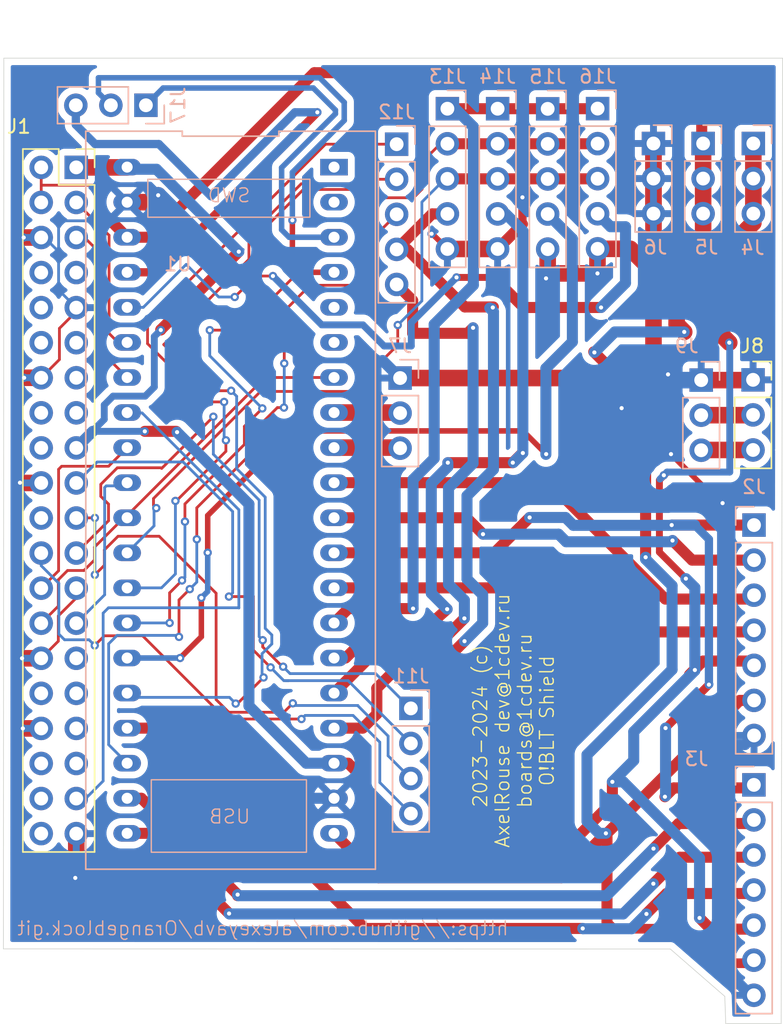
<source format=kicad_pcb>
(kicad_pcb (version 20240108) (generator "pcbnew") (generator_version "8.0")
  (layers (0 "F.Cu" signal) (31 "B.Cu" signal) (36 "B.SilkS" user "B.Silkscreen") (37 "F.SilkS" user "F.Silkscreen") (38 "B.Mask" user) (39 "F.Mask" user) (44 "Edge.Cuts" user))
  (net 0 "")
  (net 1 "Net-(J1-(PC0){slash}SPI0_MOSI)")
  (net 3 "GND")
  (net 4 "/PCM0_SYNC")
  (net 7 "/PCM0_DOUT")
  (net 10 "+3V3")
  (net 11 "+5V")
  (net 14 "/PCM0_DIN")
  (net 15 "Net-(J1-(PC3}{slash}SPI0_CS)")
  (net 16 "Net-(J1-(PC1){slash}SPI0_MISO)")
  (net 17 "Net-(J1-(PA12){slash}TWI0_SDA)")
  (net 18 "Net-(J1-(PA11){slash}TWI0_SCK)")
  (net 23 "Net-(J1-(PC2){slash}SPI0_SCK)")
  (net 29 "/PCM0_CLCK")
  (net 32 "/I2S2_SCK")
  (net 33 "/I2S1_Data_Out")
  (net 34 "/I2S1_BCK")
  (net 35 "/I2S1_LRCK")
  (net 37 "/I2S2_LRCK")
  (net 38 "/I2S2_BCK")
  (net 39 "/I2S2_DATA_IN")
  (net 40 "/UART_RX")
  (net 41 "/UART_TX")
  (net 42 "/SPI5_MOSI")
  (net 45 "/SPI5_MISO")
  (net 46 "/SPI5_SCK")
  (net 47 "unconnected-(J8-Pad3)")
  (net 49 "unconnected-(J8-Pad2)")
  (net 50 "/ST7735_CS")
  (net 51 "/ST7735_DC")
  (net 52 "/TIM1_PWM_OUTPUT")
  (net 53 "/ST7735_BL")
  (net 54 "/ST7735_RES")
  (net 55 "/SPI5_CS1")
  (net 56 "/SPI5_CS2")
  (net 57 "/SPI5_CS3")
  (net 58 "Net-(U1-C15)")
  (net 59 "Net-(U1-B9)")
  (net 60 "Net-(U1-C14)")
  (footprint "Connector_PinSocket_2.54mm:PinSocket_1x03_P2.54mm_Vertical" (layer "F.Cu") (at 74.5 39.32)
    (property "Reference" "J8")
    (property "Value" "OPI Conn Debug Socket")
  )
  (footprint "Connector_PinSocket_2.54mm:PinSocket_2x20_P2.54mm_Vertical" (layer "F.Cu") (at 25.43 23.93)
    (property "Reference" "J1")
    (property "Value" "Orange_PI_PC_ONE_40Pin_Header")
  )
  (footprint "Connector_PinHeader_2.54mm:PinHeader_1x05_P2.54mm_Vertical" (layer "B.Cu") (at 63.23 19.67 180)
    (property "Reference" "J16")
    (property "Value" "SPI5 Header")
  )
  (footprint "Connector_PinHeader_2.54mm:PinHeader_1x03_P2.54mm_Vertical" (layer "B.Cu") (at 48.91 39.19 180)
    (property "Reference" "J7")
    (property "Value" "STM32 DEBUG Header")
  )
  (footprint "Connector_PinHeader_2.54mm:PinHeader_1x03_P2.54mm_Vertical" (layer "B.Cu") (at 70.74 39.34 180)
    (property "Reference" "J9")
    (property "Value" "OPI Conn Debug Header")
  )
  (footprint "Connector_PinHeader_2.54mm:PinHeader_1x03_P2.54mm_Vertical" (layer "B.Cu") (at 30.48 19.43 90)
    (property "Reference" "J17")
    (property "Value" "STM32 GPIO Header")
  )
  (footprint "STM32PILLS:STM32_WeActSt_BlackPill" (layer "B.Cu") (at 36.62 48.04 180)
    (property "Reference" "U1")
    (property "Value" "~")
  )
  (footprint "Connector_PinSocket_2.54mm:PinSocket_1x07_P2.54mm_Vertical" (layer "B.Cu") (at 74.56 68.66 180)
    (property "Reference" "J3")
    (property "Value" "I2S2 ADC Socket")
  )
  (footprint "Connector_PinHeader_2.54mm:PinHeader_1x05_P2.54mm_Vertical" (layer "B.Cu") (at 55.98 19.68 180)
    (property "Reference" "J14")
    (property "Value" "SPI5 Header")
  )
  (footprint "Connector_PinSocket_2.54mm:PinSocket_1x07_P2.54mm_Vertical" (layer "B.Cu") (at 74.57 49.84 180)
    (property "Reference" "J2")
    (property "Value" "I2S1 DAC Socket")
  )
  (footprint "Connector_PinHeader_2.54mm:PinHeader_1x03_P2.54mm_Vertical" (layer "B.Cu") (at 67.28 22.2 180)
    (property "Reference" "J6")
    (property "Value" "GND Header")
  )
  (footprint "Connector_PinHeader_2.54mm:PinHeader_1x05_P2.54mm_Vertical" (layer "B.Cu") (at 52.34 19.68 180)
    (property "Reference" "J13")
    (property "Value" "SPI5 Header")
  )
  (footprint "Connector_PinHeader_2.54mm:PinHeader_1x03_P2.54mm_Vertical" (layer "B.Cu") (at 70.88 22.2 180)
    (property "Reference" "J5")
    (property "Value" "+5V Header")
  )
  (footprint "Connector_PinHeader_2.54mm:PinHeader_1x03_P2.54mm_Vertical" (layer "B.Cu") (at 74.52 22.2 180)
    (property "Reference" "J4")
    (property "Value" "+3V3 Header")
  )
  (footprint "Connector_PinHeader_2.54mm:PinHeader_1x04_P2.54mm_Vertical" (layer "B.Cu") (at 49.69 63.12 180)
    (property "Reference" "J11")
    (property "Value" "OPI SPI0 Header")
  )
  (footprint "Connector_PinHeader_2.54mm:PinHeader_1x05_P2.54mm_Vertical" (layer "B.Cu") (at 59.61 19.69 180)
    (property "Reference" "J15")
    (property "Value" "SPI5 Header")
  )
  (footprint "Connector_PinHeader_2.54mm:PinHeader_1x05_P2.54mm_Vertical" (layer "B.Cu") (at 48.66 22.25 180)
    (property "Reference" "J12")
    (property "Value" "ST7735 Header")
  )
  (gr_line (start 72.52 85.95) (end 76.54 85.95) (stroke (width 0.05)) (layer "Edge.Cuts"))
  (gr_line (start 76.54 85.95) (end 76.64 16.02) (stroke (width 0.05)) (layer "Edge.Cuts"))
  (gr_line (start 68.5 80.55) (end 72.45 83.98) (stroke (width 0.05)) (layer "Edge.Cuts"))
  (gr_line (start 76.64 16.02) (end 20.18 16.02) (stroke (width 0.05)) (layer "Edge.Cuts"))
  (gr_line (start 20.15 80.54) (end 68.5 80.55) (stroke (width 0.05)) (layer "Edge.Cuts"))
  (gr_line (start 72.45 83.98) (end 72.52 85.95) (stroke (width 0.05)) (layer "Edge.Cuts"))
  (gr_line (start 20.18 16.02) (end 20.15 80.54) (stroke (width 0.05)) (layer "Edge.Cuts"))
  (gr_text "https://github.com/alexeyavb/Orangeblock.git" (at 56.84 79.64 0) (layer "B.SilkS") (effects (font (size 1 1) (thickness 0.1)) (justify left bottom mirror)))
  (gr_text "2023-2024 (c) \nAxelRouse dev@1cdev.ru\nboards@1cdev.ru\nO!BLT Shield" (at 60.14 64.01 90) (layer "F.SilkS") (effects (font (size 1 1) (thickness 0.1)) (justify bottom)))
  (segment (start 38.25 55.02) (end 38.27 55) (width 0.2) (layer "F.Cu") (net 1))
  (segment (start 38.27 55) (end 38.27 58.9) (width 0.2) (layer "F.Cu") (net 1))
  (segment (start 38.27 58.9) (end 39.52 60.15) (width 0.2) (layer "F.Cu") (net 1))
  (segment (start 36.5 55.02) (end 38.25 55.02) (width 0.2) (layer "F.Cu") (net 1))
  (via (at 36.5 55.02) (size 0.6) (drill 0.3) (layers "F.Cu" "B.Cu") (net 1))
  (via (at 39.52 60.15) (size 0.6) (drill 0.3) (layers "F.Cu" "B.Cu") (net 1))
  (segment (start 40.48 61.11) (end 39.52 60.15) (width 0.2) (layer "B.Cu") (net 1))
  (segment (start 25.43 46.79) (end 26.95 45.27) (width 0.2) (layer "B.Cu") (net 1))
  (segment (start 45.14 61.11) (end 49.69 65.66) (width 0.2) (layer "B.Cu") (net 1))
  (segment (start 40.81 61.11) (end 40.48 61.11) (width 0.2) (layer "B.Cu") (net 1))
  (segment (start 36.77 54.75) (end 36.5 55.02) (width 0.2) (layer "B.Cu") (net 1))
  (segment (start 33.18 45.27) (end 36.77 48.86) (width 0.2) (layer "B.Cu") (net 1))
  (segment (start 36.77 48.86) (end 36.77 54.75) (width 0.2) (layer "B.Cu") (net 1))
  (segment (start 40.81 61.11) (end 45.14 61.11) (width 0.2) (layer "B.Cu") (net 1))
  (segment (start 40.59 61.11) (end 40.81 61.11) (width 0.2) (layer "B.Cu") (net 1))
  (segment (start 26.95 45.27) (end 33.18 45.27) (width 0.2) (layer "B.Cu") (net 1))
  (segment (start 63.23 29.83) (end 65.6 29.83) (width 1.2) (layer "F.Cu") (net 3))
  (segment (start 59.85 31.61) (end 63.22 31.61) (width 1.2) (layer "F.Cu") (net 3))
  (segment (start 22.89 39.17) (end 21.65 39.17) (width 1.2) (layer "F.Cu") (net 3))
  (segment (start 59.6 29.84) (end 59.61 29.85) (width 1.2) (layer "F.Cu") (net 3))
  (segment (start 22.89 64.57) (end 21.56 64.57) (width 1.2) (layer "F.Cu") (net 3))
  (segment (start 57.78 28.04) (end 57.78 26.1) (width 0.6) (layer "F.Cu") (net 3))
  (segment (start 24.13 58.25) (end 22.89 59.49) (width 0.2) (layer "F.Cu") (net 3))
  (segment (start 21.37 46.79) (end 21.35 46.77) (width 0.2) (layer "F.Cu") (net 3))
  (segment (start 24.21 35.59) (end 24.21 37.85) (width 0.2) (layer "F.Cu") (net 3))
  (segment (start 52.34 29.84) (end 55.98 29.84) (width 1.2) (layer "F.Cu") (net 3))
  (segment (start 29.12 26.45) (end 30.87 26.45) (width 1.2) (layer "F.Cu") (net 3))
  (segment (start 72.29 48.25) (end 72.1 48.25) (width 0.4) (layer "F.Cu") (net 3))
  (segment (start 25.43 55.12) (end 24.13 56.42) (width 0.2) (layer "F.Cu") (net 3))
  (segment (start 55.98 29.84) (end 57.78 28.04) (width 0.8) (layer "F.Cu") (net 3))
  (segment (start 62.79 39.19) (end 48.91 39.19) (width 1.2) (layer "F.Cu") (net 3))
  (segment (start 25.43 54.41) (end 25.43 55.12) (width 0.2) (layer "F.Cu") (net 3))
  (segment (start 51.19 28.74) (end 51.24 28.74) (width 0.4) (layer "F.Cu") (net 3))
  (segment (start 22.89 29.01) (end 21.62 29.01) (width 1.2) (layer "F.Cu") (net 3))
  (segment (start 70.74 39.34) (end 74.48 39.34) (width 1.2) (layer "F.Cu") (net 3))
  (segment (start 67.28 22.2) (end 67.28 37.87) (width 1.2) (layer "F.Cu") (net 3))
  (segment (start 22.89 46.79) (end 21.37 46.79) (width 1.2) (layer "F.Cu") (net 3))
  (segment (start 67.28 37.87) (end 68.335 38.925) (width 1.2) (layer "F.Cu") (net 3))
  (segment (start 72.1 48.25) (end 68.55 44.7) (width 0.4) (layer "F.Cu") (net 3))
  (segment (start 30.87 26.45) (end 31.37 25.95) (width 1.2) (layer "F.Cu") (net 3))
  (segment (start 65.6 29.83) (end 67.28 31.51) (width 1.2) (layer "F.Cu") (net 3))
  (segment (start 67.28 22.2) (end 67.28 27.28) (width 1.2) (layer "F.Cu") (net 3))
  (segment (start 24.13 56.42) (end 24.13 58.25) (width 0.2) (layer "F.Cu") (net 3))
  (segment (start 64.97 41.37) (end 62.79 39.19) (width 1.2) (layer "F.Cu") (net 3))
  (segment (start 25.36 75.4) (end 25.43 75.33) (width 1.2) (layer "F.Cu") (net 3))
  (segment (start 25.43 34.09) (end 25.43 34.37) (width 0.2) (layer "F.Cu") (net 3))
  (segment (start 24.2 37.86) (end 22.89 39.17) (width 0.2) (layer "F.Cu") (net 3))
  (segment (start 25.43 34.37) (end 24.21 35.59) (width 0.2) (layer "F.Cu") (net 3))
  (segment (start 25.43 75.33) (end 25.43 72.19) (width 1.2) (layer "F.Cu") (net 3))
  (segment (start 22.89 59.49) (end 21.5 59.49) (width 1.2) (layer "F.Cu") (net 3))
  (segment (start 59.61 29.85) (end 59.61 31.85) (width 1.2) (layer "F.Cu") (net 3))
  (segment (start 74.48 39.34) (end 74.5 39.32) (width 0.2) (layer "F.Cu") (net 3))
  (segment (start 57.77 26.11) (end 57.78 26.1) (width 0.2) (layer "F.Cu") (net 3))
  (segment (start 51.24 28.74) (end 52.34 29.84) (width 0.4) (layer "F.Cu") (net 3))
  (segment (start 63.22 31.61) (end 63.22 29.84) (width 1.2) (layer "F.Cu") (net 3))
  (segment (start 63.22 29.84) (end 63.23 29.83) (width 0.2) (layer "F.Cu") (net 3))
  (via (at 72.29 48.25) (size 0.6) (drill 0.3) (layers "F.Cu" "B.Cu") (net 3))
  (via (at 25.36 75.4) (size 0.6) (drill 0.3) (layers "F.Cu" "B.Cu") (net 3))
  (via (at 64.97 41.37) (size 0.6) (drill 0.3) (layers "F.Cu" "B.Cu") (net 3))
  (via (at 21.62 29.01) (size 0.6) (drill 0.3) (layers "F.Cu" "B.Cu") (net 3))
  (via (at 57.78 26.1) (size 0.6) (drill 0.3) (layers "F.Cu" "B.Cu") (net 3))
  (via (at 63.22 31.61) (size 0.6) (drill 0.3) (layers "F.Cu" "B.Cu") (net 3))
  (via (at 68.335 38.925) (size 0.6) (drill 0.3) (layers "F.Cu" "B.Cu") (net 3))
  (via (at 21.5 59.49) (size 0.6) (drill 0.3) (layers "F.Cu" "B.Cu") (net 3))
  (via (at 21.35 46.77) (size 0.6) (drill 0.3) (layers "F.Cu" "B.Cu") (net 3))
  (via (at 21.56 64.57) (size 0.6) (drill 0.3) (layers "F.Cu" "B.Cu") (net 3))
  (via (at 59.49 31.97) (size 0.6) (drill 0.3) (layers "F.Cu" "B.Cu") (net 3))
  (via (at 68.55 44.7) (size 0.6) (drill 0.3) (layers "F.Cu" "B.Cu") (net 3))
  (via (at 21.65 39.17) (size 0.6) (drill 0.3) (layers "F.Cu" "B.Cu") (net 3))
  (via (at 31.37 25.95) (size 0.6) (drill 0.3) (layers "F.Cu" "B.Cu") (net 3))
  (via (at 51.19 28.74) (size 0.6) (drill 0.3) (layers "F.Cu" "B.Cu") (net 3))
  (segment (start 68.335 38.925) (end 68.75 39.34) (width 1.2) (layer "B.Cu") (net 3))
  (segment (start 73.91 65.74) (end 74.57 65.08) (width 0.8) (layer "B.Cu") (net 3))
  (segment (start 24.15 30.03) (end 24.15 28.06) (width 0.2) (layer "B.Cu") (net 3))
  (segment (start 24.15 28.06) (end 24.41 27.8) (width 0.2) (layer "B.Cu") (net 3))
  (segment (start 72.29 81.87) (end 74.54 84.12) (width 0.8) (layer "B.Cu") (net 3))
  (segment (start 22.46 75.4) (end 35.24 75.4) (width 0.8) (layer "B.Cu") (net 3))
  (segment (start 44.08 69.59) (end 44.12 69.63) (width 1.2) (layer "B.Cu") (net 3))
  (segment (start 21.2 74.14) (end 22.46 75.4) (width 0.8) (layer "B.Cu") (net 3))
  (segment (start 27.77 27.8) (end 29.12 26.45) (width 0.2) (layer "B.Cu") (net 3))
  (segment (start 41.72 36.3) (end 41.72 37.92) (width 1.2) (layer "B.Cu") (net 3))
  (segment (start 21.62 29.01) (end 23.13 29.01) (width 0.2) (layer "B.Cu") (net 3))
  (segment (start 21.2 28.61) (end 21.2 74.14) (width 0.8) (layer "B.Cu") (net 3))
  (segment (start 68.75 39.34) (end 70.74 39.34) (width 1.2) (layer "B.Cu") (net 3))
  (segment (start 24.15 30.03) (end 24.15 32.81) (width 0.2) (layer "B.Cu") (net 3))
  (segment (start 47.64 37.92) (end 48.91 39.19) (width 0.8) (layer "B.Cu") (net 3))
  (segment (start 23.13 29.01) (end 24.15 30.03) (width 0.2) (layer "B.Cu") (net 3))
  (segment (start 41.82 37.92) (end 47.64 37.92) (width 0.4) (layer "B.Cu") (net 3))
  (segment (start 68.55 44.7) (end 68.55 39.14) (width 0.8) (layer "B.Cu") (net 3))
  (segment (start 72.29 65.74) (end 72.29 81.87) (width 0.8) (layer "B.Cu") (net 3))
  (segment (start 24.15 32.81) (end 25.43 34.09) (width 0.2) (layer "B.Cu") (net 3))
  (segment (start 31.37 25.95) (end 41.72 36.3) (width 1.2) (layer "B.Cu") (net 3))
  (segment (start 24.41 27.8) (end 27.77 27.8) (width 0.2) (layer "B.Cu") (net 3))
  (segment (start 41.72 37.92) (end 41.82 37.92) (width 0.2) (layer "B.Cu") (net 3))
  (segment (start 35.24 75.4) (end 41.01 69.63) (width 0.8) (layer "B.Cu") (net 3))
  (segment (start 72.29 65.74) (end 73.91 65.74) (width 0.8) (layer "B.Cu") (net 3))
  (segment (start 67.45 38.89) (end 68.3 38.89) (width 1.2) (layer "B.Cu") (net 3))
  (segment (start 41.01 69.63) (end 44.12 69.63) (width 0.8) (layer "B.Cu") (net 3))
  (segment (start 64.97 41.37) (end 67.45 38.89) (width 1.2) (layer "B.Cu") (net 3))
  (segment (start 68.3 38.89) (end 68.335 38.925) (width 1.2) (layer "B.Cu") (net 3))
  (segment (start 72.29 48.25) (end 72.29 81.87) (width 0.8) (layer "B.Cu") (net 3))
  (segment (start 22.89 56.95) (end 24.13 55.71) (width 0.2) (layer "F.Cu") (net 4))
  (segment (start 25.99 53.13) (end 26.75 52.37) (width 0.2) (layer "F.Cu") (net 4))
  (segment (start 24.13 55.71) (end 24.13 53.8) (width 0.2) (layer "F.Cu") (net 4))
  (segment (start 29.12 49.15) (end 39.12 39.15) (width 0.2) (layer "F.Cu") (net 4))
  (segment (start 24.8 53.13) (end 25.99 53.13) (width 0.2) (layer "F.Cu") (net 4))
  (segment (start 26.75 52.37) (end 26.75 51.44) (width 0.2) (layer "F.Cu") (net 4))
  (segment (start 28.88 49.31) (end 29.12 49.31) (width 0.2) (layer "F.Cu") (net 4))
  (segment (start 24.13 53.8) (end 24.8 53.13) (width 0.2) (layer "F.Cu") (net 4))
  (segment (start 29.12 49.31) (end 29.12 49.15) (width 0.2) (layer "F.Cu") (net 4))
  (segment (start 26.75 51.44) (end 28.88 49.31) (width 0.2) (layer "F.Cu") (net 4))
  (segment (start 39.12 39.15) (end 44.12 39.15) (width 0.2) (layer "F.Cu") (net 4))
  (segment (start 37.22 48.73) (end 30.21 41.72) (width 0.2) (layer "B.Cu") (net 7))
  (segment (start 37.22 55.85) (end 37.22 48.73) (width 0.2) (layer "B.Cu") (net 7))
  (segment (start 30.21 41.72) (end 29.15 41.72) (width 0.2) (layer "B.Cu") (net 7))
  (segment (start 29.15 41.72) (end 29.12 41.69) (width 0.2) (layer "B.Cu") (net 7))
  (segment (start 25.43 69.65) (end 26.11 69.65) (width 0.2) (layer "B.Cu") (net 7))
  (segment (start 26.11 69.65) (end 27.38 68.38) (width 0.2) (layer "B.Cu") (net 7))
  (segment (start 27.38 56.22) (end 27.77 55.83) (width 0.2) (layer "B.Cu") (net 7))
  (segment (start 27.38 68.38) (end 27.38 56.22) (width 0.2) (layer "B.Cu") (net 7))
  (segment (start 27.77 55.83) (end 37.22 55.83) (width 0.2) (layer "B.Cu") (net 7))
  (segment (start 71.19 35.04) (end 72.775 36.625) (width 1.2) (layer "F.Cu") (net 10))
  (segment (start 64.3 68.56) (end 64.3 69.9) (width 0.8) (layer "F.Cu") (net 10))
  (segment (start 64.3 69.9) (end 60.36 73.84) (width 0.8) (layer "F.Cu") (net 10))
  (segment (start 48.31 73.87) (end 46.39 71.95) (width 0.8) (layer "F.Cu") (net 10))
  (segment (start 70.88 59.69) (end 69.89 60.68) (width 0.8) (layer "F.Cu") (net 10))
  (segment (start 31.56 35.69) (end 31.56 35.71) (width 0.8) (layer "F.Cu") (net 10))
  (segment (start 70.62 78.3) (end 71.43 79.11) (width 0.8) (layer "F.Cu") (net 10))
  (segment (start 72.775 36.625) (end 72.81 36.66) (width 0.5) (layer "F.Cu") (net 10))
  (segment (start 46.39 71.95) (end 46.39 68.34) (width 0.8) (layer "F.Cu") (net 10))
  (segment (start 74.26 59.69) (end 70.88 59.69) (width 0.8) (layer "F.Cu") (net 10))
  (segment (start 48.78 73.87) (end 48.31 73.87) (width 0.8) (layer "F.Cu") (net 10))
  (segment (start 69.63 53.72) (end 67.71 51.8) (width 0.5) (layer "F.Cu") (net 10))
  (segment (start 60.36 73.84) (end 48.81 73.84) (width 0.8) (layer "F.Cu") (net 10))
  (segment (start 74.52 27.28) (end 74.52 27.95) (width 1.2) (layer "F.Cu") (net 10))
  (segment (start 71.09 35.04) (end 71.19 35.04) (width 1.2) (layer "F.Cu") (net 10))
  (segment (start 67.71 46.58) (end 68.24 46.05) (width 0.5) (layer "F.Cu") (net 10))
  (segment (start 48.81 73.84) (end 48.78 73.87) (width 0.8) (layer "F.Cu") (net 10))
  (segment (start 44.12 67.09) (end 45.14 67.09) (width 0.8) (layer "F.Cu") (net 10))
  (segment (start 32.68 43.05) (end 32.74 43.11) (width 0.2) (layer "F.Cu") (net 10))
  (segment (start 71.09 31.44) (end 71.09 35.04) (width 1.2) (layer "F.Cu") (net 10))
  (segment (start 71.06 31.41) (end 71.09 31.44) (width 1.2) (layer "F.Cu") (net 10))
  (segment (start 71.43 79.11) (end 74.47 79.11) (width 0.8) (layer "F.Cu") (net 10))
  (segment (start 46.39 68.34) (end 45.14 67.09) (width 0.8) (layer "F.Cu") (net 10))
  (segment (start 29.1 23.93) (end 25.43 23.93) (width 1.2) (layer "F.Cu") (net 10))
  (segment (start 74.57 60) (end 74.26 59.69) (width 0.8) (layer "F.Cu") (net 10))
  (segment (start 74.47 79.11) (end 74.54 79.04) (width 0.8) (layer "F.Cu") (net 10))
  (segment (start 30.4 43.05) (end 32.68 43.05) (width 0.8) (layer "F.Cu") (net 10))
  (segment (start 74.52 27.95) (end 71.06 31.41) (width 1.2) (layer "F.Cu") (net 10))
  (segment (start 67.71 51.8) (end 67.71 46.58) (width 0.5) (layer "F.Cu") (net 10))
  (segment (start 29.12 23.91) (end 29.1 23.93) (width 0.2) (layer "F.Cu") (net 10))
  (segment (start 74.52 22.2) (end 74.52 27.28) (width 1.2) (layer "F.Cu") (net 10))
  (segment (start 37.215 30.035) (end 31.56 35.69) (width 0.8) (layer "F.Cu") (net 10))
  (via (at 72.775 36.625) (size 0.6) (drill 0.3) (layers "F.Cu" "B.Cu") (net 10))
  (via (at 69.63 53.72) (size 0.6) (drill 0.3) (layers "F.Cu" "B.Cu") (net 10))
  (via (at 68.03 46.23) (size 0.6) (drill 0.3) (layers "F.Cu" "B.Cu") (net 10))
  (via (at 30.4 43.05) (size 0.6) (drill 0.3) (layers "F.Cu" "B.Cu") (net 10))
  (via (at 32.74 43.11) (size 0.6) (drill 0.3) (layers "F.Cu" "B.Cu") (net 10))
  (via (at 70.62 78.3) (size 0.6) (drill 0.3) (layers "F.Cu" "B.Cu") (net 10))
  (via (at 64.3 68.44) (size 0.6) (drill 0.3) (layers "F.Cu" "B.Cu") (net 10))
  (via (at 70.28 60.34) (size 0.6) (drill 0.3) (layers "F.Cu" "B.Cu") (net 10))
  (via (at 31.56 35.71) (size 0.6) (drill 0.3) (layers "F.Cu" "B.Cu") (net 10))
  (via (at 37.215 30.035) (size 0.6) (drill 0.3) (layers "F.Cu" "B.Cu") (net 10))
  (segment (start 31.09 36.18) (end 31.56 35.71) (width 0.5) (layer "B.Cu") (net 10))
  (segment (start 72.81 36.66) (end 72.81 46) (width 0.5) (layer "B.Cu") (net 10))
  (segment (start 42.1 67.09) (end 37.95 62.94) (width 0.8) (layer "B.Cu") (net 10))
  (segment (start 70.62 73.97) (end 65.09 68.44) (width 0.8) (layer "B.Cu") (net 10))
  (segment (start 32.405 25.225) (end 37.215 30.035) (width 0.8) (layer "B.Cu") (net 10))
  (segment (start 26.63 43.05) (end 30.4 43.05) (width 0.5) (layer "B.Cu") (net 10))
  (segment (start 72.775 36.625) (end 72.81 36.66) (width 0.5) (layer "B.Cu") (net 10))
  (segment (start 65.85 64.81) (end 70.28 60.38) (width 0.8) (layer "B.Cu") (net 10))
  (segment (start 70.28 54.37) (end 69.63 53.72) (width 0.8) (layer "B.Cu") (net 10))
  (segment (start 68.03 46.23) (end 67.75 46.51) (width 0.5) (layer "B.Cu") (net 10))
  (segment (start 26.63 43.05) (end 26.63 43.01) (width 0.5) (layer "B.Cu") (net 10))
  (segment (start 65.09 68.44) (end 64.3 68.44) (width 0.8) (layer "B.Cu") (net 10))
  (segment (start 31.09 39.84) (end 31.09 36.18) (width 0.5) (layer "B.Cu") (net 10))
  (segment (start 44.12 67.09) (end 42.1 67.09) (width 0.8) (layer "B.Cu") (net 10))
  (segment (start 70.28 60.38) (end 70.28 60.34) (width 0.8) (layer "B.Cu") (net 10))
  (segment (start 30.43 40.5) (end 31.09 39.84) (width 0.5) (layer "B.Cu") (net 10))
  (segment (start 28.1 40.5) (end 30.43 40.5) (width 0.5) (layer "B.Cu") (net 10))
  (segment (start 64.3 68.44) (end 65.85 66.89) (width 0.8) (layer "B.Cu") (net 10))
  (segment (start 25.43 44.25) (end 26.63 43.05) (width 0.8) (layer "B.Cu") (net 10))
  (segment (start 70.28 60.34) (end 70.28 54.37) (width 0.8) (layer "B.Cu") (net 10))
  (segment (start 72.81 46) (end 68.26 46) (width 0.5) (layer "B.Cu") (net 10))
  (segment (start 37.53 29.88) (end 37.53 29.9) (width 0.2) (layer "B.Cu") (net 10))
  (segment (start 68.26 46) (end 68.03 46.23) (width 0.5) (layer "B.Cu") (net 10))
  (segment (start 28.805 24.065) (end 31.245 24.065) (width 0.8) (layer "B.Cu") (net 10))
  (segment (start 37.95 48.32) (end 32.74 43.11) (width 0.8) (layer "B.Cu") (net 10))
  (segment (start 65.85 66.89) (end 65.85 64.81) (width 0.8) (layer "B.Cu") (net 10))
  (segment (start 26.63 43.01) (end 27.46 42.18) (width 0.5) (layer "B.Cu") (net 10))
  (segment (start 27.46 42.18) (end 27.46 41.14) (width 0.5) (layer "B.Cu") (net 10))
  (segment (start 31.245 24.065) (end 32.405 25.225) (width 0.8) (layer "B.Cu") (net 10))
  (segment (start 37.95 62.94) (end 37.95 48.32) (width 0.8) (layer "B.Cu") (net 10))
  (segment (start 70.62 78.3) (end 70.62 73.97) (width 0.8) (layer "B.Cu") (net 10))
  (segment (start 27.46 41.14) (end 28.1 40.5) (width 0.5) (layer "B.Cu") (net 10))
  (segment (start 70.78 17.79) (end 70.78 22.1) (width 0.8) (layer "F.Cu") (net 11))
  (segment (start 70.88 22.2) (end 70.88 27.28) (width 1.2) (layer "F.Cu") (net 11))
  (segment (start 44.12 72.17) (end 47.34 75.39) (width 0.8) (layer "F.Cu") (net 11))
  (segment (start 70.88 29.29) (end 68.96 31.21) (width 1.2) (layer "F.Cu") (net 11))
  (segment (start 63.83 72.17) (end 63.91 72.17) (width 0.8) (layer "F.Cu") (net 11))
  (segment (start 42.69 17.07) (end 70.06 17.07) (width 0.8) (layer "F.Cu") (net 11))
  (segment (start 63.91 72.17) (end 63.91 78.62) (width 0.8) (layer "F.Cu") (net 11))
  (segment (start 62.995 37.335) (end 62.95 37.29) (width 0.8) (layer "F.Cu") (net 11))
  (segment (start 70.88 27.28) (end 70.88 29.29) (width 1.2) (layer "F.Cu") (net 11))
  (segment (start 29.12 28.99) (end 30.77 28.99) (width 0.8) (layer "F.Cu") (net 11))
  (segment (start 71.96 81.58) (end 69.46 79.08) (width 0.7) (layer "F.Cu") (net 11))
  (segment (start 69.46 79.08) (end 64.37 79.08) (width 0.7) (layer "F.Cu") (net 11))
  (segment (start 63.91 72.17) (end 73.54 62.54) (width 0.8) (layer "F.Cu") (net 11))
  (segment (start 22.92 25.22) (end 26.95 25.22) (width 0.2) (layer "F.Cu") (net 11))
  (segment (start 27.21 27.08) (end 27.21 25.48) (width 0.8) (layer "F.Cu") (net 11))
  (segment (start 74.54 81.58) (end 71.96 81.58) (width 0.7) (layer "F.Cu") (net 11))
  (segment (start 70.06 17.07) (end 70.78 17.79) (width 0.8) (layer "F.Cu") (net 11))
  (segment (start 73.54 62.54) (end 74.57 62.54) (width 0.8) (layer "F.Cu") (net 11))
  (segment (start 66.71 41.05) (end 62.995 37.335) (width 0.8) (layer "F.Cu") (net 11))
  (segment (start 47.34 75.39) (end 60.61 75.39) (width 0.8) (layer "F.Cu") (net 11))
  (segment (start 66.71 52.17) (end 66.71 41.05) (width 0.8) (layer "F.Cu") (net 11))
  (segment (start 70.78 22.1) (end 70.88 22.2) (width 0.8) (layer "F.Cu") (net 11))
  (segment (start 29.12 28.99) (end 27.21 27.08) (width 0.8) (layer "F.Cu") (net 11))
  (segment (start 68.96 35.3) (end 69.51 35.85) (width 1.2) (layer "F.Cu") (net 11))
  (segment (start 68.96 31.21) (end 68.96 35.3) (width 1.2) (layer "F.Cu") (net 11))
  (segment (start 60.61 75.39) (end 63.83 72.17) (width 0.8) (layer "F.Cu") (net 11))
  (segment (start 30.77 28.99) (end 42.69 17.07) (width 0.8) (layer "F.Cu") (net 11))
  (segment (start 64.37 79.08) (end 63.91 78.62) (width 0.7) (layer "F.Cu") (net 11))
  (segment (start 22.89 23.93) (end 22.89 26.47) (width 0.2) (layer "F.Cu") (net 11))
  (segment (start 26.95 25.22) (end 27.21 25.48) (width 0.2) (layer "F.Cu") (net 11))
  (via (at 69.51 35.85) (size 0.6) (drill 0.3) (layers "F.Cu" "B.Cu") (net 11))
  (via (at 66.71 52.17) (size 0.6) (drill 0.3) (layers "F.Cu" "B.Cu") (net 11))
  (via (at 62.995 37.335) (size 0.6) (drill 0.3) (layers "F.Cu" "B.Cu") (net 11))
  (via (at 63.83 72.17) (size 0.6) (drill 0.3) (layers "F.Cu" "B.Cu") (net 11))
  (segment (start 64.48 35.85) (end 69.51 35.85) (width 0.8) (layer "B.Cu") (net 11))
  (segment (start 62.995 37.335) (end 64.48 35.85) (width 0.8) (layer "B.Cu") (net 11))
  (segment (start 62.46 66.48) (end 68.63 60.31) (width 0.8) (layer "B.Cu") (net 11))
  (segment (start 63.33 72.17) (end 62.46 71.3) (width 0.8) (layer "B.Cu") (net 11))
  (segment (start 63.83 72.17) (end 63.33 72.17) (width 0.8) (layer "B.Cu") (net 11))
  (segment (start 62.46 71.3) (end 62.46 66.48) (width 0.8) (layer "B.Cu") (net 11))
  (segment (start 68.63 54.23) (end 66.71 52.31) (width 0.8) (layer "B.Cu") (net 11))
  (segment (start 68.63 60.31) (end 68.63 54.23) (width 0.8) (layer "B.Cu") (net 11))
  (segment (start 66.71 52.31) (end 66.71 52.17) (width 0.8) (layer "B.Cu") (net 11))
  (segment (start 24.15 53.15) (end 24.15 45.8) (width 0.2) (layer "F.Cu") (net 14))
  (segment (start 24.15 45.8) (end 24.37 45.58) (width 0.2) (layer "F.Cu") (net 14))
  (segment (start 24.37 45.58) (end 27.77 45.58) (width 0.2) (layer "F.Cu") (net 14))
  (segment (start 27.77 45.58) (end 29.12 44.23) (width 0.2) (layer "F.Cu") (net 14))
  (segment (start 22.89 54.41) (end 24.15 53.15) (width 0.2) (layer "F.Cu") (net 14))
  (segment (start 30.24 57.86) (end 36.27 63.89) (width 0.2) (layer "F.Cu") (net 15))
  (segment (start 36.27 63.89) (end 41.76 63.89) (width 0.2) (layer "F.Cu") (net 15))
  (segment (start 26.77 58.56) (end 27.47 57.86) (width 0.2) (layer "F.Cu") (net 15))
  (segment (start 27.47 57.86) (end 30.24 57.86) (width 0.2) (layer "F.Cu") (net 15))
  (via (at 41.76 63.89) (size 0.6) (drill 0.3) (layers "F.Cu" "B.Cu") (net 15))
  (via (at 26.77 58.56) (size 0.6) (drill 0.3) (layers "F.Cu" "B.Cu") (net 15))
  (segment (start 22.89 52.783654) (end 23.943173 53.836827) (width 0.2) (layer "B.Cu") (net 15))
  (segment (start 24.17 55.79) (end 24.17 57.74) (width 0.2) (layer "B.Cu") (net 15))
  (segment (start 26.36 58.15) (end 26.77 58.56) (width 0.2) (layer "B.Cu") (net 15))
  (segment (start 47.44 65.57) (end 45.5 63.63) (width 0.2) (layer "B.Cu") (net 15))
  (segment (start 23.943173 53.836827) (end 24.17 54.063654) (width 0.2) (layer "B.Cu") (net 15))
  (segment (start 24.17 54.063654) (end 24.17 55.79) (width 0.2) (layer "B.Cu") (net 15))
  (segment (start 24.58 58.15) (end 26.36 58.15) (width 0.2) (layer "B.Cu") (net 15))
  (segment (start 24.17 57.74) (end 24.58 58.15) (width 0.2) (layer "B.Cu") (net 15))
  (segment (start 47.44 68.32) (end 47.44 65.57) (width 0.2) (layer "B.Cu") (net 15))
  (segment (start 49.69 70.74) (end 47.44 68.49) (width 0.2) (layer "B.Cu") (net 15))
  (segment (start 45.5 63.63) (end 42.02 63.63) (width 0.2) (layer "B.Cu") (net 15))
  (segment (start 22.89 51.87) (end 22.89 52.783654) (width 0.2) (layer "B.Cu") (net 15))
  (segment (start 47.44 68.49) (end 47.44 68.32) (width 0.2) (layer "B.Cu") (net 15))
  (segment (start 42.02 63.63) (end 41.76 63.89) (width 0.2) (layer "B.Cu") (net 15))
  (segment (start 31.44 50.65) (end 35.57 54.78) (width 0.2) (layer "F.Cu") (net 16))
  (segment (start 25.44 49.32) (end 26.78 49.32) (width 0.2) (layer "F.Cu") (net 16))
  (segment (start 25.43 49.33) (end 25.44 49.32) (width 0.2) (layer "F.Cu") (net 16))
  (segment (start 36.49 63.4) (end 40.48 63.4) (width 0.2) (layer "F.Cu") (net 16))
  (segment (start 27.467843 51.642157) (end 28.46 50.65) (width 0.2) (layer "F.Cu") (net 16))
  (segment (start 35.57 62.48) (end 36.49 63.4) (width 0.2) (layer "F.Cu") (net 16))
  (segment (start 26.78 53.44) (end 27.467843 52.752157) (width 0.2) (layer "F.Cu") (net 16))
  (segment (start 35.57 54.78) (end 35.57 62.48) (width 0.2) (layer "F.Cu") (net 16))
  (segment (start 27.467843 52.752157) (end 27.467843 51.642157) (width 0.2) (layer "F.Cu") (net 16))
  (segment (start 28.46 50.65) (end 31.44 50.65) (width 0.2) (layer "F.Cu") (net 16))
  (segment (start 40.48 63.4) (end 41.13 62.75) (width 0.2) (layer "F.Cu") (net 16))
  (via (at 26.78 53.44) (size 0.6) (drill 0.3) (layers "F.Cu" "B.Cu") (net 16))
  (via (at 41.13 62.75) (size 0.6) (drill 0.3) (layers "F.Cu" "B.Cu") (net 16))
  (via (at 26.78 49.32) (size 0.6) (drill 0.3) (layers "F.Cu" "B.Cu") (net 16))
  (segment (start 45.85 62.91) (end 41.29 62.91) (width 0.2) (layer "B.Cu") (net 16))
  (segment (start 45.85 62.93) (end 45.85 62.91) (width 0.2) (layer "B.Cu") (net 16))
  (segment (start 41.29 62.91) (end 41.13 62.75) (width 0.2) (layer "B.Cu") (net 16))
  (segment (start 48.04 66.55) (end 48.04 65.12) (width 0.2) (layer "B.Cu") (net 16))
  (segment (start 48.04 65.12) (end 45.85 62.93) (width 0.2) (layer "B.Cu") (net 16))
  (segment (start 26.78 49.32) (end 26.78 53.44) (width 0.2) (layer "B.Cu") (net 16))
  (segment (start 49.69 68.2) (end 48.04 66.55) (width 0.2) (layer "B.Cu") (net 16))
  (segment (start 28.46 36.61) (end 27.81 35.96) (width 0.2) (layer "F.Cu") (net 17))
  (segment (start 27.81 28.85) (end 25.43 26.47) (width 0.2) (layer "F.Cu") (net 17))
  (segment (start 29.12 36.61) (end 28.46 36.61) (width 0.2) (layer "F.Cu") (net 17))
  (segment (start 27.81 35.96) (end 27.81 28.85) (width 0.2) (layer "F.Cu") (net 17))
  (segment (start 25.43 29.01) (end 26.03 29.01) (width 0.2) (layer "F.Cu") (net 18))
  (segment (start 27.41 30.39) (end 27.41 37.44) (width 0.2) (layer "F.Cu") (net 18))
  (segment (start 26.03 29.01) (end 27.41 30.39) (width 0.2) (layer "F.Cu") (net 18))
  (segment (start 27.41 37.44) (end 29.12 39.15) (width 0.2) (layer "F.Cu") (net 18))
  (segment (start 27.77 49.53) (end 27.77 48.32) (width 0.2) (layer "F.Cu") (net 23))
  (segment (start 25.43 51.87) (end 27.77 49.53) (width 0.2) (layer "F.Cu") (net 23))
  (segment (start 40.38 60.1) (end 40.43 60.1) (width 0.2) (layer "F.Cu") (net 23))
  (segment (start 28.41 45.69) (end 31.57 45.69) (width 0.2) (layer "F.Cu") (net 23))
  (segment (start 27.21 47.76) (end 27.21 46.89) (width 0.2) (layer "F.Cu") (net 23))
  (segment (start 27.77 48.32) (end 27.21 47.76) (width 0.2) (layer "F.Cu") (net 23))
  (segment (start 38.95 58.18) (end 38.95 58.67) (width 0.2) (layer "F.Cu") (net 23))
  (segment (start 38.95 58.67) (end 40.38 60.1) (width 0.2) (layer "F.Cu") (net 23))
  (segment (start 31.62 45.74) (end 35.37 41.99) (width 0.2) (layer "F.Cu") (net 23))
  (segment (start 27.21 46.89) (end 28.41 45.69) (width 0.2) (layer "F.Cu") (net 23))
  (via (at 35.37 41.99) (size 0.6) (drill 0.3) (layers "F.Cu" "B.Cu") (net 23))
  (via (at 38.95 58.18) (size 0.6) (drill 0.3) (layers "F.Cu" "B.Cu") (net 23))
  (via (at 40.43 60.1) (size 0.6) (drill 0.3) (layers "F.Cu" "B.Cu") (net 23))
  (segment (start 35.37 44.71) (end 35.37 41.99) (width 0.2) (layer "B.Cu") (net 23))
  (segment (start 40.93 60.6) (end 47.14 60.6) (width 0.2) (layer "B.Cu") (net 23))
  (segment (start 40.43 60.1) (end 40.93 60.6) (width 0.2) (layer "B.Cu") (net 23))
  (segment (start 38.69 48.03) (end 35.37 44.71) (width 0.2) (layer "B.Cu") (net 23))
  (segment (start 38.95 58.18) (end 38.69 57.92) (width 0.2) (layer "B.Cu") (net 23))
  (segment (start 49.66 63.12) (end 49.69 63.12) (width 0.2) (layer "B.Cu") (net 23))
  (segment (start 47.14 60.6) (end 49.66 63.12) (width 0.2) (layer "B.Cu") (net 23))
  (segment (start 38.69 57.92) (end 38.69 48.03) (width 0.2) (layer "B.Cu") (net 23))
  (segment (start 25.43 56.95) (end 27.49 54.89) (width 0.2) (layer "B.Cu") (net 29))
  (segment (start 27.61 47) (end 28.89 47) (width 0.2) (layer "B.Cu") (net 29))
  (segment (start 27.49 54.89) (end 27.49 47.12) (width 0.2) (layer "B.Cu") (net 29))
  (segment (start 28.89 47) (end 29.12 46.77) (width 0.2) (layer "B.Cu") (net 29))
  (segment (start 27.49 47.12) (end 27.61 47) (width 0.2) (layer "B.Cu") (net 29))
  (segment (start 68.75 68.88) (end 68.11 69.52) (width 0.8) (layer "F.Cu") (net 32))
  (segment (start 68.155 64.545) (end 71.3 61.4) (width 0.6) (layer "F.Cu") (net 32))
  (segment (start 44.12 51.85) (end 55.74 51.85) (width 0.8) (layer "F.Cu") (net 32))
  (segment (start 74.57 49.84) (end 68.6 49.84) (width 0.8) (layer "F.Cu") (net 32))
  (segment (start 74.54 68.88) (end 68.75 68.88) (width 0.8) (layer "F.Cu") (net 32))
  (segment (start 68.11 64.59) (end 68.155 64.545) (width 0.2) (layer "F.Cu") (net 32))
  (segment (start 55.74 51.85) (end 58.3 49.29) (width 0.8) (layer "F.Cu") (net 32))
  (via (at 68.11 69.52) (size 0.6) (drill 0.3) (layers "F.Cu" "B.Cu") (net 32))
  (via (at 68.155 64.545) (size 0.6) (drill 0.3) (layers "F.Cu" "B.Cu") (net 32))
  (via (at 71.3 61.4) (size 0.6) (drill 0.3) (layers "F.Cu" "B.Cu") (net 32))
  (via (at 58.3 49.29) (size 0.6) (drill 0.3) (layers "F.Cu" "B.Cu") (net 32))
  (via (at 68.6 49.84) (size 0.6) (drill 0.3) (layers "F.Cu" "B.Cu") (net 32))
  (segment (start 70.27 49.84) (end 71.3 50.87) (width 0.6) (layer "B.Cu") (net 32))
  (segment (start 71.3 50.87) (end 71.3 61.4) (width 0.6) (layer "B.Cu") (net 32))
  (segment (start 68.58 49.86) (end 68.6 49.84) (width 0.8) (layer "B.Cu") (net 32))
  (segment (start 61.47 49.86) (end 68.58 49.86) (width 0.8) (layer "B.Cu") (net 32))
  (segment (start 68.155 69.475) (end 68.11 69.52) (width 0.2) (layer "B.Cu") (net 32))
  (segment (start 68.155 64.545) (end 68.155 69.475) (width 0.8) (layer "B.Cu") (net 32))
  (segment (start 60.9 49.29) (end 61.47 49.86) (width 0.8) (layer "B.Cu") (net 32))
  (segment (start 68.6 49.84) (end 70.27 49.84) (width 0.8) (layer "B.Cu") (net 32))
  (segment (start 71.3 61.4) (end 71.33 61.37) (width 0.6) (layer "B.Cu") (net 32))
  (segment (start 58.3 49.29) (end 60.9 49.29) (width 0.8) (layer "B.Cu") (net 32))
  (segment (start 44.12 54.39) (end 64.35 54.39) (width 0.8) (layer "F.Cu") (net 33))
  (segment (start 67.54 57.58) (end 74.45 57.58) (width 0.8) (layer "F.Cu") (net 33))
  (segment (start 74.45 57.58) (end 74.57 57.46) (width 0.2) (layer "F.Cu") (net 33))
  (segment (start 64.35 54.39) (end 67.54 57.58) (width 0.8) (layer "F.Cu") (net 33))
  (segment (start 44.12 49.31) (end 53.73 49.31) (width 0.8) (layer "F.Cu") (net 34))
  (segment (start 74.57 52.38) (end 70.08 52.38) (width 0.8) (layer "F.Cu") (net 34))
  (segment (start 53.73 49.31) (end 54.92 50.5) (width 0.8) (layer "F.Cu") (net 34))
  (segment (start 70.08 52.38) (end 68.66 50.96) (width 0.8) (layer "F.Cu") (net 34))
  (via (at 54.92 50.5) (size 0.6) (drill 0.3) (layers "F.Cu" "B.Cu") (net 34))
  (via (at 68.66 50.96) (size 0.6) (drill 0.3) (layers "F.Cu" "B.Cu") (net 34))
  (segment (start 60.4 50.5) (end 60.95 51.05) (width 0.8) (layer "B.Cu") (net 34))
  (segment (start 60.95 51.05) (end 68.57 51.05) (width 0.8) (layer "B.Cu") (net 34))
  (segment (start 68.57 51.05) (end 68.66 50.96) (width 0.8) (layer "B.Cu") (net 34))
  (segment (start 54.92 50.5) (end 60.4 50.5) (width 0.8) (layer "B.Cu") (net 34))
  (segment (start 68.14 55.2) (end 74.29 55.2) (width 0.8) (layer "F.Cu") (net 35))
  (segment (start 74.29 55.2) (end 74.57 54.92) (width 0.8) (layer "F.Cu") (net 35))
  (segment (start 59.71 46.77) (end 68.14 55.2) (width 0.8) (layer "F.Cu") (net 35))
  (segment (start 44.12 46.77) (end 59.71 46.77) (width 0.8) (layer "F.Cu") (net 35))
  (segment (start 29.12 72.17) (end 30.7 72.17) (width 0.8) (layer "F.Cu") (net 37))
  (segment (start 74.48 73.9) (end 69.19 73.9) (width 0.8) (layer "F.Cu") (net 37))
  (segment (start 30.7 72.17) (end 36.51 77.98) (width 0.8) (layer "F.Cu") (net 37))
  (segment (start 69.19 73.9) (end 67.27 75.82) (width 0.8) (layer "F.Cu") (net 37))
  (segment (start 36.51 77.98) (end 36.54 77.98) (width 0.8) (layer "F.Cu") (net 37))
  (segment (start 74.54 73.96) (end 74.48 73.9) (width 0.8) (layer "F.Cu") (net 37))
  (via (at 67.27 75.82) (size 0.6) (drill 0.3) (layers "F.Cu" "B.Cu") (net 37))
  (via (at 36.51 77.98) (size 0.6) (drill 0.3) (layers "F.Cu" "B.Cu") (net 37))
  (segment (start 65.08 78.01) (end 67.27 75.82) (width 0.8) (layer "B.Cu") (net 37))
  (segment (start 36.54 78.01) (end 65.08 78.01) (width 0.8) (layer "B.Cu") (net 37))
  (segment (start 36.51 77.98) (end 36.54 78.01) (width 0.8) (layer "B.Cu") (net 37))
  (segment (start 29.12 69.63) (end 30.15 69.63) (width 0.8) (layer "F.Cu") (net 38))
  (segment (start 37.13 76.61) (end 37.13 76.69) (width 0.8) (layer "F.Cu") (net 38))
  (segment (start 74.54 71.42) (end 74.5 71.46) (width 0.8) (layer "F.Cu") (net 38))
  (segment (start 74.5 71.46) (end 69.1 71.46) (width 0.8) (layer "F.Cu") (net 38))
  (segment (start 30.15 69.63) (end 37.13 76.61) (width 0.8) (layer "F.Cu") (net 38))
  (segment (start 69.1 71.46) (end 67.28 73.28) (width 0.8) (layer "F.Cu") (net 38))
  (via (at 67.28 73.28) (size 0.6) (drill 0.3) (layers "F.Cu" "B.Cu") (net 38))
  (via (at 37.13 76.61) (size 0.6) (drill 0.3) (layers "F.Cu" "B.Cu") (net 38))
  (segment (start 63.87 76.69) (end 67.28 73.28) (width 0.8) (layer "B.Cu") (net 38))
  (segment (start 37.13 76.61) (end 37.13 76.62) (width 0.8) (layer "B.Cu") (net 38))
  (segment (start 37.2 76.69) (end 63.87 76.69) (width 0.8) (layer "B.Cu") (net 38))
  (segment (start 37.13 76.62) (end 37.2 76.69) (width 0.8) (layer "B.Cu") (net 38))
  (segment (start 66.77 77.99) (end 68.23 76.53) (width 0.8) (layer "F.Cu") (net 39))
  (segment (start 29.12 64.55) (end 31.87 64.55) (width 0.8) (layer "F.Cu") (net 39))
  (segment (start 68.23 76.53) (end 74.51 76.53) (width 0.8) (layer "F.Cu") (net 39))
  (segment (start 74.51 76.53) (end 74.54 76.5) (width 0.8) (layer "F.Cu") (net 39))
  (segment (start 38.25 70.96) (end 38.26 70.96) (width 0.8) (layer "F.Cu") (net 39))
  (segment (start 31.87 64.55) (end 31.87 64.58) (width 0.8) (layer "F.Cu") (net 39))
  (segment (start 66.77 78.01) (end 66.77 77.99) (width 0.8) (layer "F.Cu") (net 39))
  (segment (start 31.87 64.58) (end 38.25 70.96) (width 0.8) (layer "F.Cu") (net 39))
  (segment (start 46.36 79.06) (end 62.15 79.06) (width 0.8) (layer "F.Cu") (net 39))
  (segment (start 38.26 70.96) (end 46.36 79.06) (width 0.8) (layer "F.Cu") (net 39))
  (via (at 62.15 79.06) (size 0.6) (drill 0.3) (layers "F.Cu" "B.Cu") (net 39))
  (via (at 66.77 78.01) (size 0.6) (drill 0.3) (layers "F.Cu" "B.Cu") (net 39))
  (segment (start 66.77 78.01) (end 65.7 79.08) (width 0.8) (layer "B.Cu") (net 39))
  (segment (start 65.7 79.08) (end 62.17 79.08) (width 0.8) (layer "B.Cu") (net 39))
  (segment (start 62.17 79.08) (end 62.15 79.06) (width 0.8) (layer "B.Cu") (net 39))
  (segment (start 48.87 44.23) (end 48.91 44.27) (width 1.2) (layer "F.Cu") (net 40))
  (segment (start 48.91 44.34) (end 48.97 44.4) (width 0.2) (layer "F.Cu") (net 40))
  (segment (start 48.91 44.27) (end 48.91 44.34) (width 0.2) (layer "F.Cu") (net 40))
  (segment (start 44.12 44.23) (end 48.87 44.23) (width 1.2) (layer "F.Cu") (net 40))
  (segment (start 48.87 41.69) (end 48.91 41.73) (width 1.2) (layer "F.Cu") (net 41))
  (segment (start 44.12 41.69) (end 48.87 41.69) (width 1.2) (layer "F.Cu") (net 41))
  (segment (start 48.91 41.8) (end 48.97 41.86) (width 0.2) (layer "F.Cu") (net 41))
  (segment (start 48.91 41.73) (end 48.91 41.8) (width 0.2) (layer "F.Cu") (net 41))
  (segment (start 37.62 44) (end 37.62 42.69) (width 0.2) (layer "F.Cu") (net 42))
  (segment (start 52.34 22.22) (end 63.22 22.22) (width 0.8) (layer "F.Cu") (net 42))
  (segment (start 32.2 54.75) (end 33.1 53.85) (width 0.2) (layer "F.Cu") (net 42))
  (segment (start 38.92 41.39) (end 38.94 41.37) (width 0.2) (layer "F.Cu") (net 42))
  (segment (start 50.5 23.55) (end 51.83 22.22) (width 0.2) (layer "F.Cu") (net 42))
  (segment (start 49.88 26.13) (end 47.67 26.13) (width 0.2) (layer "F.Cu") (net 42))
  (segment (start 50.5 25.51) (end 49.88 26.13) (width 0.2) (layer "F.Cu") (net 42))
  (segment (start 41.12 31.94) (end 37.34 35.72) (width 0.2) (layer "F.Cu") (net 42))
  (segment (start 33.31 48.31) (end 37.62 44) (width 0.2) (layer "F.Cu") (net 42))
  (segment (start 38.972843 28.452843) (end 38.972843 29.792843) (width 0.2) (layer "F.Cu") (net 42))
  (segment (start 47.07 25.53) (end 41.895686 25.53) (width 0.2) (layer "F.Cu") (net 42))
  (segment (start 47.67 26.13) (end 47.07 25.53) (width 0.2) (layer "F.Cu") (net 42))
  (segment (start 32.2 56.93) (end 32.2 54.75) (width 0.2) (layer "F.Cu") (net 42))
  (segment (start 38.972843 29.792843) (end 41.12 31.94) (width 0.2) (layer "F.Cu") (net 42))
  (segment (start 37.62 42.69) (end 38.92 41.39) (width 0.2) (layer "F.Cu") (net 42))
  (segment (start 33.31 49.59) (end 33.31 48.31) (width 0.2) (layer "F.Cu") (net 42))
  (segment (start 63.22 22.22) (end 63.23 22.21) (width 0.2) (layer "F.Cu") (net 42))
  (segment (start 37.34 35.72) (end 35.11 35.72) (width 0.2) (layer "F.Cu") (net 42))
  (segment (start 50.5 23.55) (end 50.5 25.51) (width 0.2) (layer "F.Cu") (net 42))
  (segment (start 41.895686 25.53) (end 38.972843 28.452843) (width 0.2) (layer "F.Cu") (net 42))
  (segment (start 51.83 22.22) (end 52.34 22.22) (width 0.2) (layer "F.Cu") (net 42))
  (via (at 33.31 49.59) (size 0.6) (drill 0.3) (layers "F.Cu" "B.Cu") (net 42))
  (via (at 33.1 53.85) (size 0.6) (drill 0.3) (layers "F.Cu" "B.Cu") (net 42))
  (via (at 38.92 41.39) (size 0.6) (drill 0.3) (layers "F.Cu" "B.Cu") (net 42))
  (via (at 32.2 56.93) (size 0.6) (drill 0.3) (layers "F.Cu" "B.Cu") (net 42))
  (via (at 35.11 35.72) (size 0.6) (drill 0.3) (layers "F.Cu" "B.Cu") (net 42))
  (segment (start 33.1 53.85) (end 33.31 53.64) (width 0.2) (layer "B.Cu") (net 42))
  (segment (start 35.11 37.58) (end 35.11 35.72) (width 0.2) (layer "B.Cu") (net 42))
  (segment (start 32.2 56.93) (end 29.12 56.93) (width 0.2) (layer "B.Cu") (net 42))
  (segment (start 38.92 41.39) (end 35.11 37.58) (width 0.2) (layer "B.Cu") (net 42))
  (segment (start 33.31 53.64) (end 33.31 49.59) (width 0.2) (layer "B.Cu") (net 42))
  (segment (start 38.79 40.16) (end 31.03 47.92) (width 0.2) (layer "F.Cu") (net 45))
  (segment (start 48.74 36.79) (end 45.37 40.16) (width 0.2) (layer "F.Cu") (net 45))
  (segment (start 31.03 48.41) (end 31.23 48.61) (width 0.2) (layer "F.Cu") (net 45))
  (segment (start 48.74 35.35) (end 48.74 36.79) (width 0.2) (layer "F.Cu") (net 45))
  (segment (start 45.37 40.16) (end 38.79 40.16) (width 0.2) (layer "F.Cu") (net 45))
  (segment (start 63.22 24.76) (end 63.23 24.75) (width 0.2) (layer "F.Cu") (net 45))
  (segment (start 52.34 24.76) (end 63.22 24.76) (width 0.8) (layer "F.Cu") (net 45))
  (segment (start 31.03 47.92) (end 31.03 48.41) (width 0.2) (layer "F.Cu") (net 45))
  (via (at 31.23 48.61) (size 0.6) (drill 0.3) (layers "F.Cu" "B.Cu") (net 45))
  (via (at 48.74 35.35) (size 0.6) (drill 0.3) (layers "F.Cu" "B.Cu") (net 45))
  (segment (start 31.07 49.9) (end 31.07 48.77) (width 0.2) (layer "B.Cu") (net 45))
  (segment (start 29.12 51.85) (end 31.07 49.9) (width 0.2) (layer "B.Cu") (net 45))
  (segment (start 50.49 26.44) (end 52.17 24.76) (width 0.2) (layer "B.Cu") (net 45))
  (segment (start 31.07 48.77) (end 31.23 48.61) (width 0.2) (layer "B.Cu") (net 45))
  (segment (start 48.74 35.35) (end 50.49 33.6) (width 0.2) (layer "B.Cu") (net 45))
  (segment (start 52.34 24.76) (end 52.17 24.76) (width 0.8) (layer "B.Cu") (net 45))
  (segment (start 50.49 33.6) (end 50.49 26.44) (width 0.2) (layer "B.Cu") (net 45))
  (segment (start 52.34 19.68) (end 63.22 19.68) (width 0.8) (layer "F.Cu") (net 46))
  (segment (start 44.12 56.93) (end 45.16 55.89) (width 0.8) (layer "F.Cu") (net 46))
  (segment (start 63.22 19.68) (end 63.23 19.67) (width 0.2) (layer "F.Cu") (net 46))
  (segment (start 45.16 55.89) (end 49.85 55.89) (width 0.8) (layer "F.Cu") (net 46))
  (via (at 49.85 55.89) (size 0.6) (drill 0.3) (layers "F.Cu" "B.Cu") (net 46))
  (segment (start 52.91 19.68) (end 52.34 19.68) (width 0.8) (layer "B.Cu") (net 46))
  (segment (start 54.22 20.99) (end 52.91 19.68) (width 0.8) (layer "B.Cu") (net 46))
  (segment (start 51.38 35.3) (end 54.22 32.46) (width 0.8) (layer "B.Cu") (net 46))
  (segment (start 54.22 32.46) (end 54.22 20.99) (width 0.8) (layer "B.Cu") (net 46))
  (segment (start 51.38 45.01) (end 51.38 35.3) (width 0.8) (layer "B.Cu") (net 46))
  (segment (start 49.85 46.54) (end 49.85 55.89) (width 0.8) (layer "B.Cu") (net 46))
  (segment (start 49.85 46.54) (end 51.38 45.01) (width 0.8) (layer "B.Cu") (net 46))
  (segment (start 74.5 44.4) (end 70.76 44.4) (width 1.2) (layer "F.Cu") (net 47))
  (segment (start 70.76 44.4) (end 70.74 44.42) (width 0.2) (layer "F.Cu") (net 47))
  (segment (start 74.48 41.88) (end 74.5 41.86) (width 0.2) (layer "F.Cu") (net 49))
  (segment (start 70.74 41.88) (end 74.48 41.88) (width 1.2) (layer "F.Cu") (net 49))
  (segment (start 51.89 59.94) (end 53.58 58.25) (width 0.8) (layer "F.Cu") (net 50))
  (segment (start 48.94 59.94) (end 51.89 59.94) (width 0.8) (layer "F.Cu") (net 50))
  (segment (start 46.2 64.55) (end 44.12 64.55) (width 0.8) (layer "F.Cu") (net 50))
  (segment (start 48.66 29.87) (end 49.43 29.87) (width 0.8) (layer "F.Cu") (net 50))
  (segment (start 49.43 29.87) (end 53.6 34.04) (width 0.8) (layer "F.Cu") (net 50))
  (segment (start 47.21 61.67) (end 48.94 59.94) (width 0.8) (layer "F.Cu") (net 50))
  (segment (start 51.23 27.3) (end 52.34 27.3) (width 0.8) (layer "F.Cu") (net 50))
  (segment (start 47.225 63.525) (end 46.2 64.55) (width 0.8) (layer "F.Cu") (net 50))
  (segment (start 53.58 58.25) (end 53.68 58.25) (width 0.2) (layer "F.Cu") (net 50))
  (segment (start 53.6 34.04) (end 55.67 34.04) (width 0.8) (layer "F.Cu") (net 50))
  (segment (start 48.66 29.87) (end 51.23 27.3) (width 0.8) (layer "F.Cu") (net 50))
  (segment (start 47.225 61.655) (end 47.225 63.525) (width 0.8) (layer "F.Cu") (net 50))
  (via (at 53.58 58.25) (size 0.6) (drill 0.3) (layers "F.Cu" "B.Cu") (net 50))
  (via (at 55.63 34.08) (size 0.6) (drill 0.3) (layers "F.Cu" "B.Cu") (net 50))
  (segment (start 53.76 47.72) (end 55.68 45.8) (width 0.8) (layer "B.Cu") (net 50))
  (segment (start 54.9 56.93) (end 54.9 54.89) (width 0.8) (layer "B.Cu") (net 50))
  (segment (start 54.9 54.89) (end 53.76 53.75) (width 0.8) (layer "B.Cu") (net 50))
  (segment (start 53.76 53.75) (end 53.76 47.72) (width 0.8) (layer "B.Cu") (net 50))
  (segment (start 53.58 58.25) (end 54.9 56.93) (width 0.8) (layer "B.Cu") (net 50))
  (segment (start 55.68 45.8) (end 55.68 34.39) (width 0.8) (layer "B.Cu") (net 50))
  (segment (start 55.68 34.39) (end 55.41 34.12) (width 0.8) (layer "B.Cu") (net 50))
  (segment (start 42.38 32.47) (end 40.51 34.34) (width 0.2) (layer "F.Cu") (net 51))
  (segment (start 48.66 27.33) (end 45.81 30.18) (width 0.2) (layer "F.Cu") (net 51))
  (segment (start 34.17 50.87) (end 34.17 48.59) (width 0.2) (layer "F.Cu") (net 51))
  (segment (start 32.88 57.94) (end 32.88 55.26) (width 0.2) (layer "F.Cu") (net 51))
  (segment (start 40.01 41.33) (end 40.49 41.33) (width 0.2) (layer "F.Cu") (net 51))
  (segment (start 45.81 30.18) (end 45.81 32.47) (width 0.2) (layer "F.Cu") (net 51))
  (segment (start 38.31 44.45) (end 38.31 43.03) (width 0.2) (layer "F.Cu") (net 51))
  (segment (start 40.51 34.34) (end 40.51 38.13) (width 0.2) (layer "F.Cu") (net 51))
  (segment (start 34.17 48.59) (end 38.31 44.45) (width 0.2) (layer "F.Cu") (net 51))
  (segment (start 45.81 32.47) (end 42.38 32.47) (width 0.2) (layer "F.Cu") (net 51))
  (segment (start 32.88 55.26) (end 33.66 54.48) (width 0.2) (layer "F.Cu") (net 51))
  (segment (start 38.31 43.03) (end 40.01 41.33) (width 0.2) (layer "F.Cu") (net 51))
  (via (at 40.49 41.33) (size 0.6) (drill 0.3) (layers "F.Cu" "B.Cu") (net 51))
  (via (at 32.88 57.94) (size 0.6) (drill 0.3) (layers "F.Cu" "B.Cu") (net 51))
  (via (at 40.51 38.13) (size 0.6) (drill 0.3) (layers "F.Cu" "B.Cu") (net 51))
  (via (at 34.17 50.87) (size 0.6) (drill 0.3) (layers "F.Cu" "B.Cu") (net 51))
  (via (at 33.66 54.48) (size 0.6) (drill 0.3) (layers "F.Cu" "B.Cu") (net 51))
  (segment (start 27.78 58.44) (end 27.78 65.75) (width 0.2) (layer "B.Cu") (net 51))
  (segment (start 34.17 53.97) (end 34.17 50.87) (width 0.2) (layer "B.Cu") (net 51))
  (segment (start 32.77 57.83) (end 28.39 57.83) (width 0.2) (layer "B.Cu") (net 51))
  (segment (start 40.51 41.31) (end 40.49 41.33) (width 0.2) (layer "B.Cu") (net 51))
  (segment (start 27.78 65.75) (end 29.12 67.09) (width 0.2) (layer "B.Cu") (net 51))
  (segment (start 28.39 57.83) (end 27.78 58.44) (width 0.2) (layer "B.Cu") (net 51))
  (segment (start 40.51 38.13) (end 40.51 41.31) (width 0.2) (layer "B.Cu") (net 51))
  (segment (start 32.88 57.94) (end 32.77 57.83) (width 0.2) (layer "B.Cu") (net 51))
  (segment (start 33.66 54.48) (end 34.17 53.97) (width 0.2) (layer "B.Cu") (net 51))
  (segment (start 30.6 36.7) (end 31.59 37.69) (width 0.2) (layer "F.Cu") (net 52))
  (segment (start 36.28 43.7) (end 36.28 44.5) (width 0.2) (layer "F.Cu") (net 52))
  (segment (start 36.15 40.92) (end 36.19 40.92) (width 0.2) (layer "F.Cu") (net 52))
  (segment (start 32.69 48.09) (end 32.62 48.09) (width 0.2) (layer "F.Cu") (net 52))
  (segment (start 36.28 44.5) (end 32.69 48.09) (width 0.2) (layer "F.Cu") (net 52))
  (segment (start 30.6 35.15) (end 30.6 36.7) (width 0.2) (layer "F.Cu") (net 52))
  (segment (start 43.5 22.25) (end 30.6 35.15) (width 0.2) (layer "F.Cu") (net 52))
  (segment (start 48.66 22.25) (end 43.5 22.25) (width 0.2) (layer "F.Cu") (net 52))
  (segment (start 31.59 37.69) (end 34.82 40.92) (width 0.2) (layer "F.Cu") (net 52))
  (segment (start 34.82 40.92) (end 36.15 40.92) (width 0.2) (layer "F.Cu") (net 52))
  (via (at 36.28 43.7) (size 0.6) (drill 0.3) (layers "F.Cu" "B.Cu") (net 52))
  (via (at 32.62 48.09) (size 0.6) (drill 0.3) (layers "F.Cu" "B.Cu") (net 52))
  (via (at 36.15 40.92) (size 0.6) (drill 0.3) (layers "F.Cu" "B.Cu") (net 52))
  (segment (start 32.62 53.38) (end 31.61 54.39) (width 0.2) (layer "B.Cu") (net 52))
  (segment (start 32.62 48.09) (end 32.62 53.38) (width 0.2) (layer "B.Cu") (net 52))
  (segment (start 31.61 54.39) (end 29.12 54.39) (width 0.2) (layer "B.Cu") (net 52))
  (segment (start 36.28 43.7) (end 36.15 43.57) (width 0.2) (layer "B.Cu") (net 52))
  (segment (start 36.15 43.57) (end 36.15 40.92) (width 0.2) (layer "B.Cu") (net 52))
  (segment (start 31.775 36.765) (end 35.12 40.11) (width 0.2) (layer "F.Cu") (net 53))
  (segment (start 41.74 25.12) (end 37.95 28.91) (width 0.2) (layer "F.Cu") (net 53))
  (segment (start 46 25.12) (end 41.74 25.12) (width 0.2) (layer "F.Cu") (net 53))
  (segment (start 37.03 62.73) (end 36.99 62.77) (width 0.2) (layer "F.Cu") (net 53))
  (segment (start 37.16 62.73) (end 37.03 62.73) (width 0.2) (layer "F.Cu") (net 53))
  (segment (start 46.33 24.79) (end 46 25.12) (width 0.2) (layer "F.Cu") (net 53))
  (segment (start 48.66 24.79) (end 46.33 24.79) (width 0.2) (layer "F.Cu") (net 53))
  (segment (start 37.95 28.91) (end 37.95 30.59) (width 0.2) (layer "F.Cu") (net 53))
  (segment (start 35.12 40.11) (end 36.66 40.11) (width 0.2) (layer "F.Cu") (net 53))
  (segment (start 39.01 60.88) (end 37.16 62.73) (width 0.2) (layer "F.Cu") (net 53))
  (segment (start 37.95 30.59) (end 31.775 36.765) (width 0.2) (layer "F.Cu") (net 53))
  (via (at 39.01 60.88) (size 0.6) (drill 0.3) (layers "F.Cu" "B.Cu") (net 53))
  (via (at 36.66 40.11) (size 0.6) (drill 0.3) (layers "F.Cu" "B.Cu") (net 53))
  (via (at 36.99 62.77) (size 0.6) (drill 0.3) (layers "F.Cu" "B.Cu") (net 53))
  (segment (start 38.9 60.77) (end 38.9 59.16) (width 0.2) (layer "B.Cu") (net 53))
  (segment (start 39.01 60.88) (end 38.9 60.77) (width 0.2) (layer "B.Cu") (net 53))
  (segment (start 37.06 45.75) (end 37.06 40.51) (width 0.2) (layer "B.Cu") (net 53))
  (segment (start 37.06 40.51) (end 36.66 40.11) (width 0.2) (layer "B.Cu") (net 53))
  (segment (start 39.61 57.8) (end 39.13 57.32) (width 0.2) (layer "B.Cu") (net 53))
  (segment (start 29.43 62.32) (end 29.12 62.01) (width 0.2) (layer "B.Cu") (net 53))
  (segment (start 39.13 57.32) (end 39.13 47.82) (width 0.2) (layer "B.Cu") (net 53))
  (segment (start 36.99 62.77) (end 36.54 62.32) (width 0.2) (layer "B.Cu") (net 53))
  (segment (start 38.9 59.16) (end 39.61 58.45) (width 0.2) (layer "B.Cu") (net 53))
  (segment (start 36.54 62.32) (end 29.43 62.32) (width 0.2) (layer "B.Cu") (net 53))
  (segment (start 39.61 58.45) (end 39.61 57.8) (width 0.2) (layer "B.Cu") (net 53))
  (segment (start 39.13 47.82) (end 37.06 45.75) (width 0.2) (layer "B.Cu") (net 53))
  (segment (start 48.66 32.41) (end 49.82 33.57) (width 0.8) (layer "F.Cu") (net 54))
  (segment (start 44.12 62.01) (end 47.35 58.78) (width 0.8) (layer "F.Cu") (net 54))
  (segment (start 53.8 35.95) (end 54.2 35.55) (width 0.8) (layer "F.Cu") (net 54))
  (segment (start 51.39 58.78) (end 53.57 56.6) (width 0.8) (layer "F.Cu") (net 54))
  (segment (start 47.35 58.78) (end 51.39 58.78) (width 0.8) (layer "F.Cu") (net 54))
  (segment (start 49.82 33.57) (end 49.82 35.95) (width 0.8) (layer "F.Cu") (net 54))
  (segment (start 49.82 35.95) (end 53.8 35.95) (width 0.8) (layer "F.Cu") (net 54))
  (via (at 54.2 35.55) (size 0.6) (drill 0.3) (layers "F.Cu" "B.Cu") (net 54))
  (via (at 53.57 56.6) (size 0.6) (drill 0.3) (layers "F.Cu" "B.Cu") (net 54))
  (segment (start 53.57 55.28) (end 53.57 56.6) (width 0.8) (layer "B.Cu") (net 54))
  (segment (start 54.2 35.55) (end 54.2 45.37) (width 0.8) (layer "B.Cu") (net 54))
  (segment (start 54.2 45.37) (end 52.42 47.15) (width 0.8) (layer "B.Cu") (net 54))
  (segment (start 52.42 54.13) (end 53.57 55.28) (width 0.8) (layer "B.Cu") (net 54))
  (segment (start 52.42 47.15) (end 52.42 54.13) (width 0.8) (layer "B.Cu") (net 54))
  (segment (start 44.96 59.47) (end 44.12 59.47) (width 0.2) (layer "F.Cu") (net 55))
  (segment (start 46.75 57.68) (end 44.96 59.47) (width 0.8) (layer "F.Cu") (net 55))
  (segment (start 50.35 57.68) (end 46.75 57.68) (width 0.8) (layer "F.Cu") (net 55))
  (segment (start 52.32 55.93) (end 50.35 57.68) (width 0.8) (layer "F.Cu") (net 55))
  (segment (start 57.08 45.32) (end 57.77 44.63) (width 0.8) (layer "F.Cu") (net 55))
  (segment (start 52.37 45.32) (end 57.08 45.32) (width 0.8) (layer "F.Cu") (net 55))
  (via (at 57.08 45.32) (size 0.6) (drill 0.3) (layers "F.Cu" "B.Cu") (net 55))
  (via (at 52.32 55.93) (size 0.6) (drill 0.3) (layers "F.Cu" "B.Cu") (net 55))
  (via (at 52.37 45.32) (size 0.6) (drill 0.3) (layers "F.Cu" "B.Cu") (net 55))
  (via (at 57.81 44.62) (size 0.6) (drill 0.3) (layers "F.Cu" "B.Cu") (net 55))
  (segment (start 52.32 55.93) (end 51.17 54.78) (width 0.8) (layer "B.Cu") (net 55))
  (segment (start 55.98 27.3) (end 56.57 27.3) (width 0.2) (layer "B.Cu") (net 55))
  (segment (start 56.57 27.3) (end 57.81 28.54) (width 0.8) (layer "B.Cu") (net 55))
  (segment (start 51.17 46.82) (end 52.37 45.62) (width 0.8) (layer "B.Cu") (net 55))
  (segment (start 51.17 54.78) (end 51.17 46.82) (width 0.8) (layer "B.Cu") (net 55))
  (segment (start 57.81 44.62) (end 57.12 45.31) (width 0.8) (layer "B.Cu") (net 55))
  (segment (start 52.37 45.62) (end 52.37 45.32) (width 0.8) (layer "B.Cu") (net 55))
  (segment (start 57.81 28.54) (end 57.81 44.62) (width 0.8) (layer "B.Cu") (net 55))
  (segment (start 34.5 57.93) (end 34.5 55.11) (width 0.4) (layer "F.Cu") (net 56))
  (segment (start 57.82 43.02) (end 59.5 44.7) (width 0.4) (layer "F.Cu") (net 56))
  (segment (start 32.96 59.47) (end 34.5 57.93) (width 0.4) (layer "F.Cu") (net 56))
  (segment (start 34.96 51.84) (end 34.96 49.15) (width 0.4) (layer "F.Cu") (net 56))
  (segment (start 59.5 44.7) (end 59.52 44.72) (width 0.2) (layer "F.Cu") (net 56))
  (segment (start 34.96 49.15) (end 41.09 43.02) (width 0.4) (layer "F.Cu") (net 56))
  (segment (start 41.09 43.02) (end 57.82 43.02) (width 0.4) (layer "F.Cu") (net 56))
  (via (at 59.5 44.7) (size 0.6) (drill 0.3) (layers "F.Cu" "B.Cu") (net 56))
  (via (at 32.96 59.47) (size 0.6) (drill 0.3) (layers "F.Cu" "B.Cu") (net 56))
  (via (at 34.5 55.11) (size 0.6) (drill 0.3) (layers "F.Cu" "B.Cu") (net 56))
  (via (at 34.96 51.84) (size 0.6) (drill 0.3) (layers "F.Cu" "B.Cu") (net 56))
  (segment (start 32.96 59.47) (end 29.12 59.47) (width 0.4) (layer "B.Cu") (net 56))
  (segment (start 59.48 38.49) (end 59.48 44.72) (width 0.8) (layer "B.Cu") (net 56))
  (segment (start 61.4 36.57) (end 59.48 38.49) (width 0.8) (layer "B.Cu") (net 56))
  (segment (start 59.61 27.31) (end 61.4 29.1) (width 0.8) (layer "B.Cu") (net 56))
  (segment (start 61.4 29.1) (end 61.4 36.57) (width 0.8) (layer "B.Cu") (net 56))
  (segment (start 34.5 55.11) (end 34.96 54.65) (width 0.4) (layer "B.Cu") (net 56))
  (segment (start 34.96 54.65) (end 34.96 51.84) (width 0.4) (layer "B.Cu") (net 56))
  (segment (start 55.69 31.9) (end 53 31.9) (width 0.5) (layer "F.Cu") (net 57))
  (segment (start 36.92 33.32) (end 38.44 31.8) (width 0.2) (layer "F.Cu") (net 57))
  (segment (start 38.44 31.8) (end 39.69 31.8) (width 0.2) (layer "F.Cu") (net 57))
  (segment (start 63.48 34.08) (end 57.87 34.08) (width 0.8) (layer "F.Cu") (net 57))
  (segment (start 56.91 33.12) (end 55.69 31.9) (width 0.8) (layer "F.Cu") (net 57))
  (segment (start 57.87 34.08) (end 56.91 33.12) (width 0.8) (layer "F.Cu") (net 57))
  (via (at 63.48 34.08) (size 0.6) (drill 0.3) (layers "F.Cu" "B.Cu") (net 57))
  (via (at 39.69 31.8) (size 0.6) (drill 0.3) (layers "F.Cu" "B.Cu") (net 57))
  (via (at 53 31.9) (size 0.6) (drill 0.3) (layers "F.Cu" "B.Cu") (net 57))
  (via (at 36.92 33.32) (size 0.6) (drill 0.3) (layers "F.Cu" "B.Cu") (net 57))
  (segment (start 43.23 35.34) (end 39.69 31.8) (width 0.5) (layer "B.Cu") (net 57))
  (segment (start 30.29 34.07) (end 29.12 34.07) (width 0.2) (layer "B.Cu") (net 57))
  (segment (start 36.92 33.32) (end 35.76 33.32) (width 0.2) (layer "B.Cu") (net 57))
  (segment (start 65.25 32.31) (end 63.48 34.08) (width 0.8) (layer "B.Cu") (net 57))
  (segment (start 53 31.9) (end 49.72 35.18) (width 0.5) (layer "B.Cu") (net 57))
  (segment (start 46.22 35.34) (end 43.23 35.34) (width 0.5) (layer "B.Cu") (net 57))
  (segment (start 49.72 35.18) (end 49.72 36.87) (width 0.5) (layer "B.Cu") (net 57))
  (segment (start 35.76 33.32) (end 33.4 30.96) (width 0.2) (layer "B.Cu") (net 57))
  (segment (start 63.23 27.29) (end 64.17 28.23) (width 0.8) (layer "B.Cu") (net 57))
  (segment (start 33.4 30.96) (end 30.29 34.07) (width 0.2) (layer "B.Cu") (net 57))
  (segment (start 49.72 36.87) (end 47.75 36.87) (width 0.5) (layer "B.Cu") (net 57))
  (segment (start 64.17 28.23) (end 65.25 28.23) (width 0.8) (layer "B.Cu") (net 57))
  (segment (start 47.75 36.87) (end 46.22 35.34) (width 0.5) (layer "B.Cu") (net 57))
  (segment (start 65.25 28.23) (end 65.25 32.31) (width 0.8) (layer "B.Cu") (net 57))
  (segment (start 41.1 30.38) (end 41.1 27.76) (width 0.4) (layer "F.Cu") (net 58))
  (segment (start 44.12 31.53) (end 42.25 31.53) (width 0.4) (layer "F.Cu") (net 58))
  (segment (start 42.25 31.53) (end 41.1 30.38) (width 0.4) (layer "F.Cu") (net 58))
  (via (at 41.1 27.76) (size 0.6) (drill 0.3) (layers "F.Cu" "B.Cu") (net 58))
  (segment (start 44.86 19.22) (end 44.86 20.53) (width 0.4) (layer "B.Cu") (net 58))
  (segment (start 41.1 27.76) (end 41.1 27.78) (width 0.2) (layer "B.Cu") (net 58))
  (segment (start 27.04 18.53) (end 27.04 17.44) (width 0.4) (layer "B.Cu") (net 58))
  (segment (start 27.94 19.43) (end 27.04 18.53) (width 0.4) (layer "B.Cu") (net 58))
  (segment (start 27.04 17.44) (end 43.08 17.44) (width 0.4) (layer "B.Cu") (net 58))
  (segment (start 44.86 20.53) (end 41.1 24.29) (width 0.4) (layer "B.Cu") (net 58))
  (segment (start 43.08 17.44) (end 44.86 19.22) (width 0.4) (layer "B.Cu") (net 58))
  (segment (start 41.1 24.29) (end 41.1 27.76) (width 0.4) (layer "B.Cu") (net 58))
  (segment (start 29.12 31.53) (end 31.32 31.53) (width 0.6) (layer "F.Cu") (net 59))
  (segment (start 31.32 31.53) (end 42.91 19.94) (width 0.6) (layer "F.Cu") (net 59))
  (via (at 42.91 19.94) (size 0.6) (drill 0.3) (layers "F.Cu" "B.Cu") (net 59))
  (segment (start 26.8 22.24) (end 25.4 20.84) (width 0.6) (layer "B.Cu") (net 59))
  (segment (start 35.2 26.02) (end 31.42 22.24) (width 0.6) (layer "B.Cu") (net 59))
  (segment (start 42.91 19.94) (end 41.28 19.94) (width 0.6) (layer "B.Cu") (net 59))
  (segment (start 41.28 19.94) (end 35.2 26.02) (width 0.6) (layer "B.Cu") (net 59))
  (segment (start 31.42 22.24) (end 26.8 22.24) (width 0.6) (layer "B.Cu") (net 59))
  (segment (start 25.4 20.84) (end 25.4 19.43) (width 0.6) (layer "B.Cu") (net 59))
  (segment (start 40.86 28.99) (end 44.12 28.99) (width 0.4) (layer "B.Cu") (net 60))
  (segment (start 44.22 19.78) (end 44.22 20.05) (width 0.4) (layer "B.Cu") (net 60))
  (segment (start 31.73 18.18) (end 42.62 18.18) (width 0.4) (layer "B.Cu") (net 60))
  (segment (start 44.22 20.05) (end 40.32 23.95) (width 0.4) (layer "B.Cu") (net 60))
  (segment (start 40.32 28.45) (end 40.86 28.99) (width 0.4) (layer "B.Cu") (net 60))
  (segment (start 40.32 23.95) (end 40.32 28.45) (width 0.4) (layer "B.Cu") (net 60))
  (segment (start 42.62 18.18) (end 44.22 19.78) (width 0.4) (layer "B.Cu") (net 60))
  (segment (start 30.48 19.43) (end 31.73 18.18) (width 0.4) (layer "B.Cu") (net 60))
  (zone (net 3) (net_name "GND") (layer "B.Cu") (connect_pads (clearance 0.5)) (min_thickness 0.25) (fill yes (thermal_gap 0.5) (thermal_bridge_width 0.5))
    (polygon (pts (xy 20.18 16.06) (xy 76.69 16.03) (xy 76.54 85.96) (xy 72.52 85.95) (xy 72.46 83.95) (xy 68.48 80.55) (xy 20.15 80.54) (xy 20.16 80.53)))
  )
)
</source>
